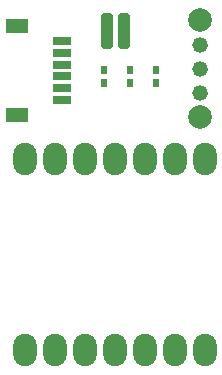
<source format=gbr>
%TF.GenerationSoftware,KiCad,Pcbnew,7.0.9*%
%TF.CreationDate,2024-03-07T22:29:03+01:00*%
%TF.ProjectId,pcb-design,7063622d-6465-4736-9967-6e2e6b696361,rev?*%
%TF.SameCoordinates,Original*%
%TF.FileFunction,Soldermask,Top*%
%TF.FilePolarity,Negative*%
%FSLAX46Y46*%
G04 Gerber Fmt 4.6, Leading zero omitted, Abs format (unit mm)*
G04 Created by KiCad (PCBNEW 7.0.9) date 2024-03-07 22:29:03*
%MOMM*%
%LPD*%
G01*
G04 APERTURE LIST*
G04 Aperture macros list*
%AMRoundRect*
0 Rectangle with rounded corners*
0 $1 Rounding radius*
0 $2 $3 $4 $5 $6 $7 $8 $9 X,Y pos of 4 corners*
0 Add a 4 corners polygon primitive as box body*
4,1,4,$2,$3,$4,$5,$6,$7,$8,$9,$2,$3,0*
0 Add four circle primitives for the rounded corners*
1,1,$1+$1,$2,$3*
1,1,$1+$1,$4,$5*
1,1,$1+$1,$6,$7*
1,1,$1+$1,$8,$9*
0 Add four rect primitives between the rounded corners*
20,1,$1+$1,$2,$3,$4,$5,0*
20,1,$1+$1,$4,$5,$6,$7,0*
20,1,$1+$1,$6,$7,$8,$9,0*
20,1,$1+$1,$8,$9,$2,$3,0*%
G04 Aperture macros list end*
%ADD10R,0.558800X0.660400*%
%ADD11RoundRect,1.000000X0.000000X0.375000X0.000000X-0.375000X0.000000X-0.375000X0.000000X0.375000X0*%
%ADD12C,1.320800*%
%ADD13C,2.006600*%
%ADD14R,0.508000X0.654800*%
%ADD15R,1.549400X0.660400*%
%ADD16R,1.905000X1.295400*%
%ADD17RoundRect,0.250000X-0.250000X1.250000X-0.250000X-1.250000X0.250000X-1.250000X0.250000X1.250000X0*%
G04 APERTURE END LIST*
D10*
%TO.C,C1*%
X148731600Y-125581000D03*
X148731600Y-124488800D03*
%TD*%
D11*
%TO.C,U4*%
X157303000Y-132003000D03*
X154763000Y-132003000D03*
X152223000Y-132003000D03*
X149683000Y-132003000D03*
X147143000Y-132003000D03*
X144603000Y-132003000D03*
X142063000Y-132003000D03*
X142063000Y-148168000D03*
X144603000Y-148168000D03*
X147143000Y-148168000D03*
X149683000Y-148168000D03*
X152223000Y-148168000D03*
X154763000Y-148168000D03*
X157303000Y-148168000D03*
%TD*%
D12*
%TO.C,U2*%
X156822000Y-126382001D03*
X156822000Y-124382000D03*
X156822000Y-122381999D03*
D13*
X156822000Y-128484100D03*
X156822000Y-120279900D03*
%TD*%
D14*
%TO.C,R2*%
X150918600Y-124486000D03*
X150918600Y-125598000D03*
%TD*%
%TO.C,R1*%
X153087000Y-124486000D03*
X153087000Y-125598000D03*
%TD*%
D15*
%TO.C,J2*%
X145181000Y-122023000D03*
X145181000Y-123023000D03*
X145181000Y-124023001D03*
X145181000Y-125022999D03*
X145181000Y-126023000D03*
X145181000Y-127023000D03*
D16*
X141305999Y-120723000D03*
X141305999Y-128323000D03*
%TD*%
D17*
%TO.C,U1*%
X150441000Y-121166000D03*
X148941000Y-121166000D03*
%TD*%
M02*

</source>
